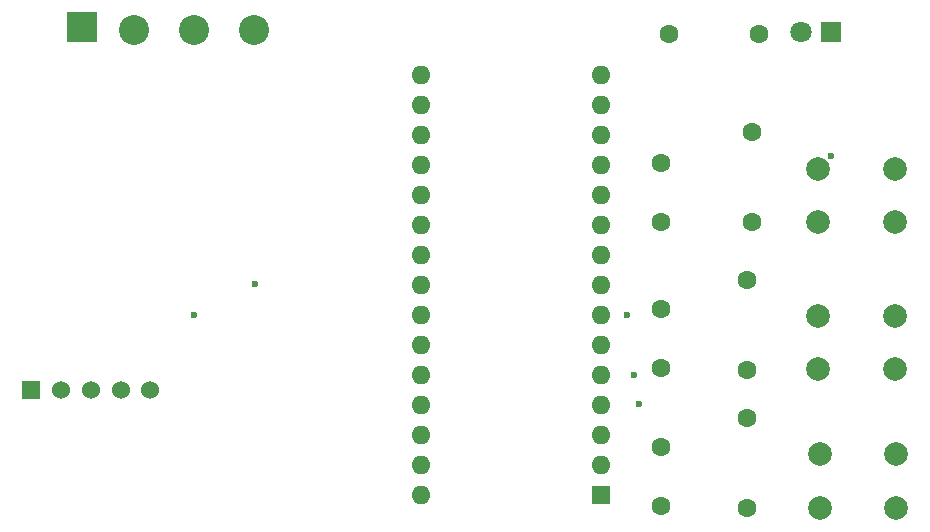
<source format=gbr>
G04 #@! TF.GenerationSoftware,KiCad,Pcbnew,9.0.2*
G04 #@! TF.CreationDate,2025-12-29T14:16:24-08:00*
G04 #@! TF.ProjectId,akshera,616b7368-6572-4612-9e6b-696361645f70,rev?*
G04 #@! TF.SameCoordinates,Original*
G04 #@! TF.FileFunction,Copper,L2,Inr*
G04 #@! TF.FilePolarity,Positive*
%FSLAX46Y46*%
G04 Gerber Fmt 4.6, Leading zero omitted, Abs format (unit mm)*
G04 Created by KiCad (PCBNEW 9.0.2) date 2025-12-29 14:16:24*
%MOMM*%
%LPD*%
G01*
G04 APERTURE LIST*
G04 #@! TA.AperFunction,ComponentPad*
%ADD10C,1.524000*%
G04 #@! TD*
G04 #@! TA.AperFunction,ComponentPad*
%ADD11R,1.524000X1.524000*%
G04 #@! TD*
G04 #@! TA.AperFunction,ComponentPad*
%ADD12C,2.540000*%
G04 #@! TD*
G04 #@! TA.AperFunction,ComponentPad*
%ADD13R,2.540000X2.540000*%
G04 #@! TD*
G04 #@! TA.AperFunction,ComponentPad*
%ADD14C,2.000000*%
G04 #@! TD*
G04 #@! TA.AperFunction,ComponentPad*
%ADD15C,1.600000*%
G04 #@! TD*
G04 #@! TA.AperFunction,ComponentPad*
%ADD16C,1.800000*%
G04 #@! TD*
G04 #@! TA.AperFunction,ComponentPad*
%ADD17R,1.800000X1.800000*%
G04 #@! TD*
G04 #@! TA.AperFunction,ComponentPad*
%ADD18O,1.600000X1.600000*%
G04 #@! TD*
G04 #@! TA.AperFunction,ComponentPad*
%ADD19R,1.600000X1.600000*%
G04 #@! TD*
G04 #@! TA.AperFunction,ViaPad*
%ADD20C,0.600000*%
G04 #@! TD*
G04 APERTURE END LIST*
D10*
X143430000Y-92790000D03*
X140930000Y-92790000D03*
X138430000Y-92790000D03*
X135890000Y-92790000D03*
D11*
X133350000Y-92790000D03*
D12*
X152247000Y-62230000D03*
X147167000Y-62230000D03*
X142087000Y-62230000D03*
D13*
X137643000Y-62054000D03*
D14*
X200100000Y-98200000D03*
X206600000Y-98200000D03*
X200100000Y-102700000D03*
X206600000Y-102700000D03*
D15*
X186700000Y-97600000D03*
X186700000Y-102600000D03*
X194000000Y-95100000D03*
X194000000Y-102720000D03*
X186690000Y-90900000D03*
X186690000Y-85900000D03*
X194000000Y-83400000D03*
X194000000Y-91020000D03*
X186700000Y-78500000D03*
X186700000Y-73500000D03*
X194400000Y-70900000D03*
X194400000Y-78520000D03*
X187380000Y-62600000D03*
X195000000Y-62600000D03*
D16*
X198560000Y-62400000D03*
D17*
X201100000Y-62400000D03*
D14*
X206500000Y-78500000D03*
X200000000Y-78500000D03*
X206500000Y-74000000D03*
X200000000Y-74000000D03*
X206500000Y-91000000D03*
X200000000Y-91000000D03*
X206500000Y-86500000D03*
X200000000Y-86500000D03*
D18*
X166370000Y-101600000D03*
X166370000Y-99060000D03*
X166370000Y-96520000D03*
X166370000Y-93980000D03*
X166370000Y-91440000D03*
X166370000Y-88900000D03*
X166370000Y-86360000D03*
X166370000Y-83820000D03*
X166370000Y-81280000D03*
X166370000Y-78740000D03*
X166370000Y-76200000D03*
X166370000Y-73660000D03*
X166370000Y-71120000D03*
X166370000Y-68580000D03*
X166370000Y-66040000D03*
X181610000Y-66040000D03*
X181610000Y-68580000D03*
X181610000Y-71120000D03*
X181610000Y-73660000D03*
X181610000Y-76200000D03*
X181610000Y-78740000D03*
X181610000Y-81280000D03*
X181610000Y-83820000D03*
X181610000Y-86360000D03*
X181610000Y-88900000D03*
X181610000Y-91440000D03*
X181610000Y-93980000D03*
X181610000Y-96520000D03*
X181610000Y-99060000D03*
D19*
X181610000Y-101600000D03*
D20*
X184800000Y-93900000D03*
X201100000Y-72900000D03*
X147160000Y-86360000D03*
X152300000Y-83800000D03*
X183800000Y-86400000D03*
X184400000Y-91500000D03*
M02*

</source>
